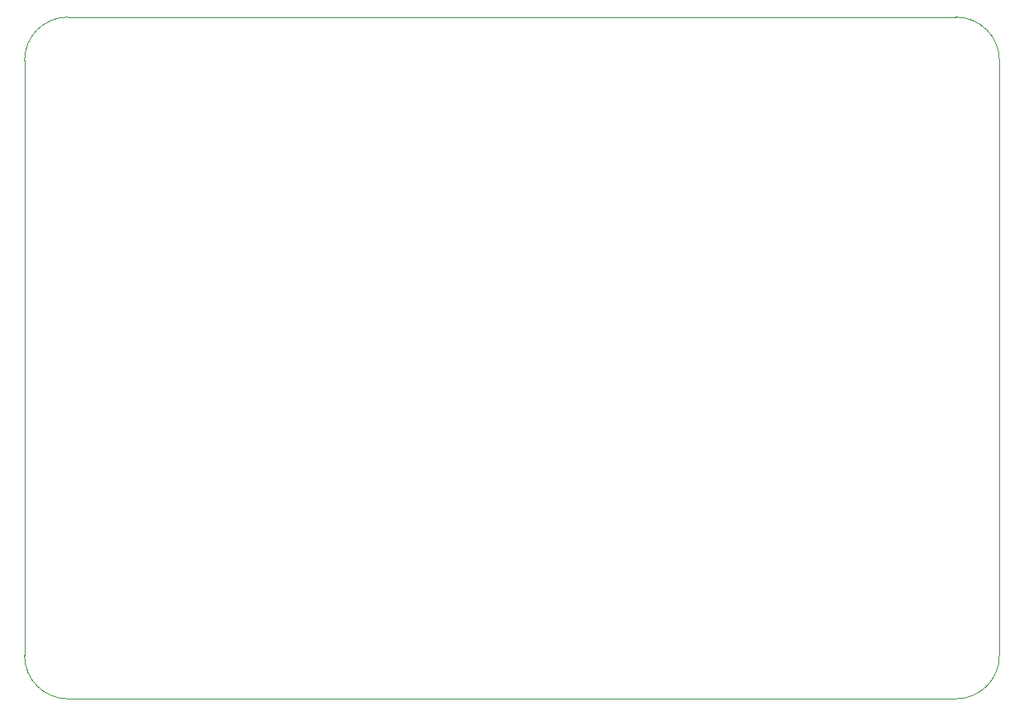
<source format=gbr>
G04 (created by PCBNEW (2013-07-07 BZR 4022)-stable) date 07/04/2014 23:08:49*
%MOIN*%
G04 Gerber Fmt 3.4, Leading zero omitted, Abs format*
%FSLAX34Y34*%
G01*
G70*
G90*
G04 APERTURE LIST*
%ADD10C,0.00590551*%
%ADD11C,0.001*%
G04 APERTURE END LIST*
G54D10*
G54D11*
X76150Y-30800D02*
G75*
G03X74400Y-29050I-1750J0D01*
G74*
G01*
X38550Y-29050D02*
G75*
G03X36800Y-30800I0J-1750D01*
G74*
G01*
X74400Y-56600D02*
G75*
G03X76150Y-54850I0J1750D01*
G74*
G01*
X36800Y-54850D02*
G75*
G03X38550Y-56600I1750J0D01*
G74*
G01*
X36800Y-54850D02*
X36800Y-30800D01*
X74400Y-56600D02*
X38550Y-56600D01*
X76150Y-30800D02*
X76150Y-54850D01*
X38550Y-29050D02*
X74400Y-29050D01*
M02*

</source>
